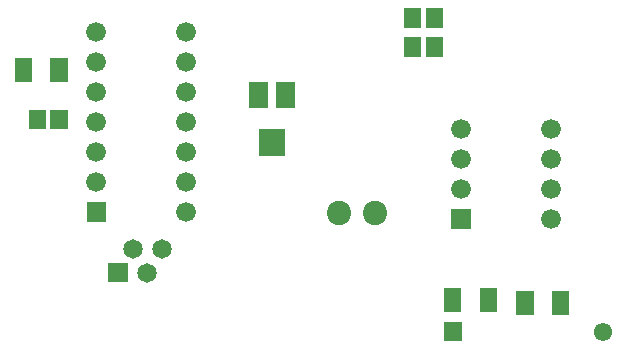
<source format=gbr>
G04 start of page 7 for group -4062 idx -4062 *
G04 Title: (unknown), soldermask *
G04 Creator: pcb 20110918 *
G04 CreationDate: Fri May 31 21:55:40 2013 UTC *
G04 For: fosse *
G04 Format: Gerber/RS-274X *
G04 PCB-Dimensions: 210000 160000 *
G04 PCB-Coordinate-Origin: lower left *
%MOIN*%
%FSLAX25Y25*%
%LNBOTTOMMASK*%
%ADD60R,0.0612X0.0612*%
%ADD59R,0.0612X0.0612*%
%ADD58R,0.0572X0.0572*%
%ADD57C,0.0610*%
%ADD56C,0.0660*%
%ADD55C,0.0810*%
%ADD54C,0.0651*%
%ADD53C,0.0001*%
G54D53*G36*
X33700Y70294D02*Y63694D01*
X40300D01*
Y70294D01*
X33700D01*
G37*
G36*
X40904Y50018D02*Y43512D01*
X47410D01*
Y50018D01*
X40904D01*
G37*
G54D54*X49079Y54639D03*
X54000Y46765D03*
X58921Y54639D03*
G54D55*X117958Y66798D03*
X129758D03*
G54D53*G36*
X155200Y68056D02*Y61456D01*
X161800D01*
Y68056D01*
X155200D01*
G37*
G54D56*X188500Y64756D03*
X158500Y74756D03*
X188500D03*
X158500Y84756D03*
Y94756D03*
X188500D03*
Y84756D03*
G54D53*G36*
X152687Y30194D02*Y24094D01*
X158787D01*
Y30194D01*
X152687D01*
G37*
G54D57*X205737Y27144D03*
G54D56*X37000Y76994D03*
Y86994D03*
Y96994D03*
Y106994D03*
Y116994D03*
Y126994D03*
X67000D03*
Y116994D03*
Y106994D03*
Y96994D03*
Y86994D03*
Y76994D03*
Y66994D03*
G54D58*X17414Y97394D02*Y98180D01*
X24500Y97394D02*Y98180D01*
X12690Y113114D02*Y115476D01*
X24500Y113114D02*Y115476D01*
G54D53*G36*
X91063Y94684D02*Y85810D01*
X99937D01*
Y94684D01*
X91063D01*
G37*
G54D59*X100028Y104617D02*Y107373D01*
G54D60*X90973Y104618D02*Y107373D01*
G54D58*X155737Y38892D02*Y36530D01*
X167547Y38892D02*Y36530D01*
X179832Y37939D02*Y35577D01*
X191642Y37939D02*Y35577D01*
X142475Y131253D02*Y132039D01*
X149561Y131253D02*Y132039D01*
X142475Y121531D02*Y122317D01*
X149561Y121531D02*Y122317D01*
M02*

</source>
